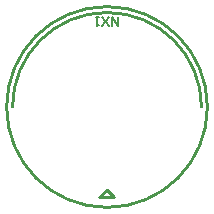
<source format=gto>
G04 Layer_Color=65535*
%FSLAX44Y44*%
%MOMM*%
G71*
G01*
G75*
%ADD10C,0.2540*%
%ADD14C,0.1524*%
D10*
X434000Y1125000D02*
G03*
X434000Y1125000I-85000J0D01*
G01*
X429000D02*
G03*
X269000Y1125000I-80000J0D01*
G01*
X349000Y1055150D02*
X355350Y1048800D01*
X342650D02*
X355350D01*
X342650D02*
X349000Y1055150D01*
D14*
X358500Y1201300D02*
Y1193174D01*
X353083Y1201300D01*
Y1193174D01*
X350374D02*
X344957Y1201300D01*
Y1193174D02*
X350374Y1201300D01*
X342249D02*
X339540D01*
X340895D01*
Y1193174D01*
X342249Y1194529D01*
M02*

</source>
